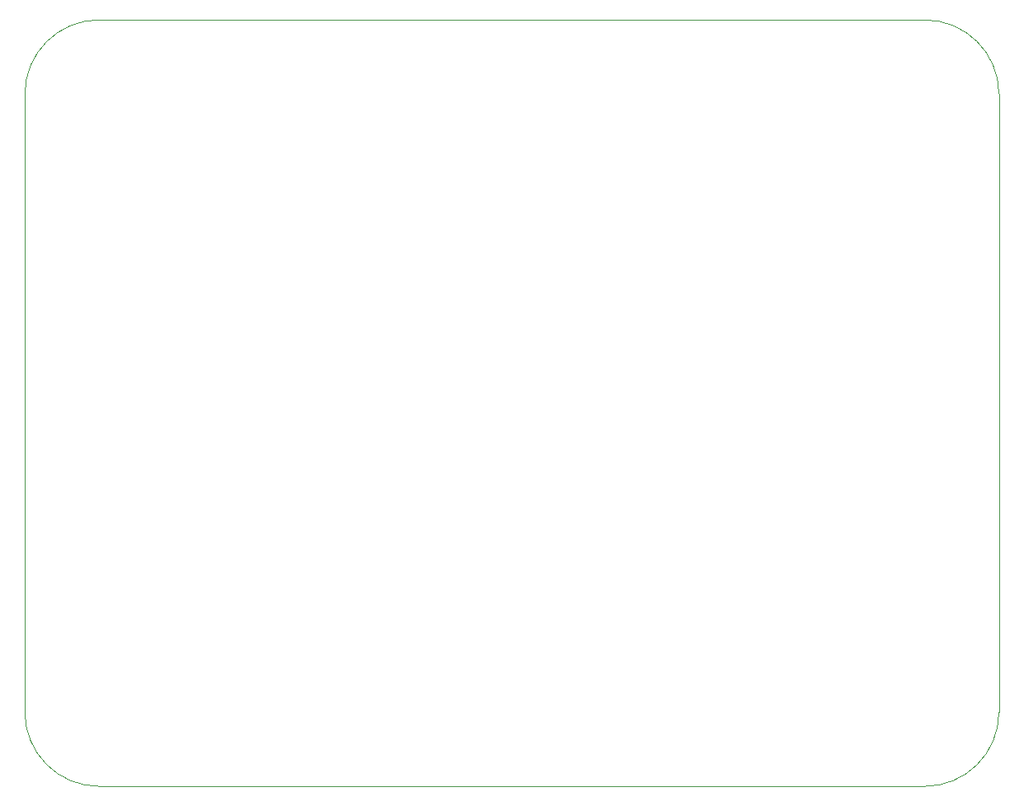
<source format=gm1>
G04 #@! TF.GenerationSoftware,KiCad,Pcbnew,(5.1.5)-3*
G04 #@! TF.CreationDate,2020-03-16T21:32:30+01:00*
G04 #@! TF.ProjectId,motor,6d6f746f-722e-46b6-9963-61645f706362,rev?*
G04 #@! TF.SameCoordinates,Original*
G04 #@! TF.FileFunction,Profile,NP*
%FSLAX46Y46*%
G04 Gerber Fmt 4.6, Leading zero omitted, Abs format (unit mm)*
G04 Created by KiCad (PCBNEW (5.1.5)-3) date 2020-03-16 21:32:30*
%MOMM*%
%LPD*%
G04 APERTURE LIST*
%ADD10C,0.100000*%
G04 APERTURE END LIST*
D10*
X161290000Y-106680000D02*
G75*
G02X153670000Y-114300000I-7620000J0D01*
G01*
X68961000Y-114300000D02*
G75*
G02X61341000Y-106680000I0J7620000D01*
G01*
X61341000Y-43180000D02*
G75*
G02X68961000Y-35560000I7620000J0D01*
G01*
X153670000Y-35560000D02*
G75*
G02X161290000Y-43180000I0J-7620000D01*
G01*
X61341000Y-43180000D02*
X61341000Y-106680000D01*
X161290000Y-43180000D02*
X161290000Y-106680000D01*
X153670000Y-114300000D02*
X68961000Y-114300000D01*
X153670000Y-35560000D02*
X68961000Y-35560000D01*
M02*

</source>
